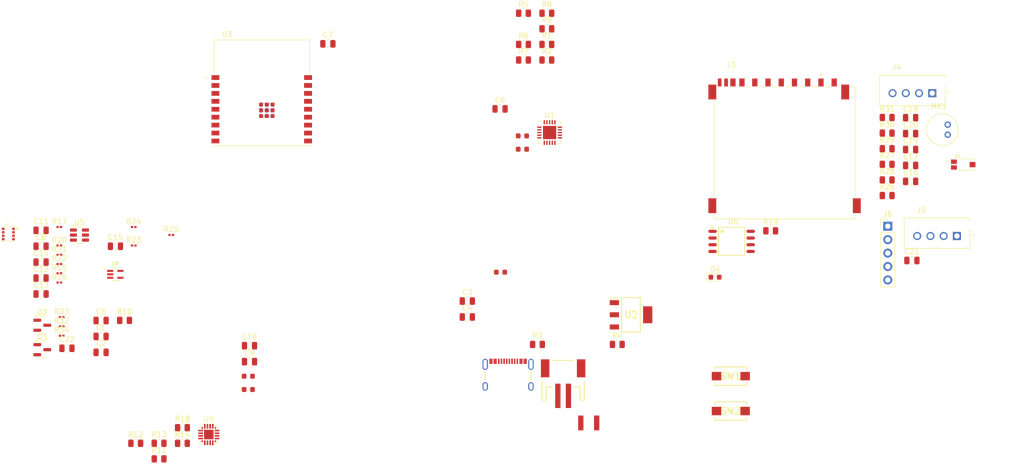
<source format=kicad_pcb>
(kicad_pcb (version 20240108) (generator "pcbnew") (generator_version "8.0")
  (layers (0 "F.Cu" signal) (31 "B.Cu" signal) (34 "B.Paste" user) (35 "F.Paste" user) (36 "B.SilkS" user "B.Silkscreen") (37 "F.SilkS" user "F.Silkscreen") (38 "B.Mask" user) (39 "F.Mask" user) (44 "Edge.Cuts" user))
  (net 0 "")
  (net 1 "/+5V_USB")
  (net 2 "GND")
  (net 3 "3.3V")
  (net 4 "+5V")
  (net 5 "Net-(D3-K)")
  (net 6 "Net-(D4-K)")
  (net 7 "Net-(D5-K)")
  (net 8 "/ESP32-C3-02/MIC_OUT")
  (net 9 "/ESP32-C3-02/EN")
  (net 12 "Net-(J1-CC1)")
  (net 15 "Net-(J1-CC2)")
  (net 17 "/VBAT")
  (net 18 "Net-(U1-PROG1)")
  (net 19 "/USB_DN")
  (net 20 "Net-(U1-PROG3)")
  (net 21 "Net-(U1-~{PG})")
  (net 22 "Net-(U1-STAT1{slash}~{LBO})")
  (net 23 "Net-(U1-STAT2)")
  (net 24 "Net-(U1-~{TE})")
  (net 25 "Net-(U1-THERM)")
  (net 26 "/USB_DP")
  (net 27 "Net-(Q2-B)")
  (net 28 "/ESP32-C3-02/RTS")
  (net 29 "Net-(U4-VBUS)")
  (net 30 "/ESP32-C3-02/BOOT")
  (net 31 "/ESP32-C3-02/DTS")
  (net 32 "Net-(Q3-B)")
  (net 33 "/ESP32-C3-02/SCLK")
  (net 34 "Net-(U4-~{RST})")
  (net 35 "Net-(U4-~{RXT}{slash}GPIO.3)")
  (net 36 "Net-(U4-~{TXT}{slash}GPIO.2)")
  (net 37 "/ESP32-C3-02/CS")
  (net 38 "/ESP32-C3-02/MOSI_DI")
  (net 39 "/ESP32-C3-02/MISO_DO")
  (net 40 "/ESP32-C3-02/CS_SD")
  (net 44 "/ESP32-C3-02/SCL")
  (net 46 "/ESP32-C3-02/SDA")
  (net 49 "/ESP32-C3-02/PHOTO_C")
  (net 50 "/ESP32-C3-02/GPIO19")
  (net 51 "/ESP32-C3-02/GPIO8")
  (net 52 "/ESP32-C3-02/GPIO18")
  (net 53 "/ESP32-C3-02/TX_RX")
  (net 54 "/ESP32-C3-02/RX_TX")
  (net 55 "Net-(U4-D+)")
  (net 56 "Net-(U4-D-)")
  (net 57 "Net-(C1-Pad1)")
  (net 58 "Net-(C16-Pad1)")
  (net 59 "Net-(C17-Pad2)")
  (net 60 "Net-(U8-IN+)")
  (net 61 "Net-(C19-Pad2)")
  (net 62 "Net-(U8-IN-)")
  (net 63 "Net-(D1-K)")
  (net 64 "Net-(D2-K)")
  (net 65 "Net-(D6-K)")
  (net 66 "Net-(J3-CLK)")
  (net 68 "Net-(J3-DAT0)")
  (net 70 "Net-(J3-CMD)")
  (net 71 "Net-(U6-CLK)")
  (net 72 "Net-(U6-DI(IO0))")
  (net 73 "Net-(U6-DO(IO1))")
  (footprint "Project_Library:C_0805_2012Metric" (layer "F.Cu") (at 146.625 114.815)
    (property "Reference" "C4" (at 0 -1.68 0) (layer "F.SilkS"))
    (property "Value" "10u")
    (pad "1" smd roundrect (at -0.95 0) (size 1 1.45) (layers "F.Cu" "F.Paste" "F.Mask") (net 3 "3.3V"))
    (pad "2" smd roundrect (at 0.95 0) (size 1 1.45) (layers "F.Cu" "F.Paste" "F.Mask") (net 2 "GND"))
  )
  (footprint "Project_Library:R_0805_2012Metric" (layer "F.Cu") (at 157.2375 57.375)
    (property "Reference" "R5" (at 0 -1.65 0) (layer "F.SilkS"))
    (property "Value" "2K")
    (pad "1" smd roundrect (at -0.9125 0) (size 1.025 1.4) (layers "F.Cu" "F.Paste" "F.Mask") (roundrect_rratio 0.243902) (net 18 "Net-(U1-PROG1)"))
    (pad "2" smd roundrect (at 0.9125 0) (size 1.025 1.4) (layers "F.Cu" "F.Paste" "F.Mask") (roundrect_rratio 0.243902) (net 2 "GND"))
  )
  (footprint "Project_Library:C_0805_2012Metric" (layer "F.Cu") (at 77.45 115.48)
    (property "Reference" "C5" (at 0 -1.68 0) (layer "F.SilkS"))
    (property "Value" "0.1u")
    (pad "1" smd roundrect (at -0.95 0) (size 1 1.45) (layers "F.Cu" "F.Paste" "F.Mask") (net 3 "3.3V"))
    (pad "2" smd roundrect (at 0.95 0) (size 1 1.45) (layers "F.Cu" "F.Paste" "F.Mask") (net 2 "GND"))
  )
  (footprint "Project_Library:R_0805_2012Metric" (layer "F.Cu") (at 81.88 115.45)
    (property "Reference" "R10" (at 0 -1.65 0) (layer "F.SilkS"))
    (property "Value" "330")
    (pad "1" smd roundrect (at -0.9125 0) (size 1.025 1.4) (layers "F.Cu" "F.Paste" "F.Mask") (roundrect_rratio 0.243902) (net 2 "GND"))
    (pad "2" smd roundrect (at 0.9125 0) (size 1.025 1.4) (layers "F.Cu" "F.Paste" "F.Mask") (roundrect_rratio 0.243902) (net 6 "Net-(D4-K)"))
  )
  (footprint "Project_Library:JST_B4B-XH-AM__LF__SN_" (layer "F.Cu") (at 235.35 98.975)
    (property "Reference" "J5" (at -2.975 -4.385 0) (layer "F.SilkS"))
    (property "Value" "B4B-XH-AM__LF__SN_")
    (pad "" np_thru_hole circle (at 5.35 -1.475) (size 1.3 1.3) (drill 1.3) (layers "*.Cu" "*.Mask"))
    (pad "1" thru_hole rect (at 3.75 0.525) (size 1.508 1.508) (drill 1) (layers "*.Cu" "*.Mask") (net 3 "3.3V"))
    (pad "2" thru_hole circle (at 1.25 0.525) (size 1.508 1.508) (drill 1) (layers "*.Cu" "*.Mask") (net 46 "/ESP32-C3-02/SDA"))
    (pad "3" thru_hole circle (at -1.25 0.525) (size 1.508 1.508) (drill 1) (layers "*.Cu" "*.Mask") (net 44 "/ESP32-C3-02/SCL"))
    (pad "4" thru_hole circle (at -3.75 0.525) (size 1.508 1.508) (drill 1) (layers "*.Cu" "*.Mask") (net 2 "GND"))
  )
  (footprint "Project_Library:C_0805_2012Metric" (layer "F.Cu") (at 105.485 123.255)
    (property "Reference" "C9" (at 0 -1.68 0) (layer "F.SilkS"))
    (property "Value" "4.7u")
    (pad "1" smd roundrect (at -0.95 0) (size 1 1.45) (layers "F.Cu" "F.Paste" "F.Mask") (net 3 "3.3V"))
    (pad "2" smd roundrect (at 0.95 0) (size 1 1.45) (layers "F.Cu" "F.Paste" "F.Mask") (net 2 "GND"))
  )
  (footprint "Project_Library:SOT-23" (layer "F.Cu") (at 66.33 116.375)
    (property "Reference" "Q2" (at 0 -2.4 0) (layer "F.SilkS"))
    (property "Value" "BC817")
    (pad "1" smd roundrect (at -0.9375 -0.95) (size 1.475 0.6) (layers "F.Cu" "F.Paste" "F.Mask") (net 27 "Net-(Q2-B)"))
    (pad "2" smd roundrect (at -0.9375 0.95) (size 1.475 0.6) (layers "F.Cu" "F.Paste" "F.Mask") (net 28 "/ESP32-C3-02/RTS"))
    (pad "3" smd roundrect (at 0.9375 0) (size 1.475 0.6) (layers "F.Cu" "F.Paste" "F.Mask") (net 9 "/ESP32-C3-02/EN"))
  )
  (footprint "Project_Library:LED_0603_1608Metric" (layer "F.Cu") (at 157.0375 83.085)
    (property "Reference" "D3")
    (property "Value" "Blue")
    (pad "1" smd roundrect (at -0.7875 0) (size 0.875 0.95) (layers "F.Cu" "F.Paste" "F.Mask") (net 5 "Net-(D3-K)"))
    (pad "2" smd roundrect (at 0.7875 0) (size 0.875 0.95) (layers "F.Cu" "F.Paste" "F.Mask") (net 1 "/+5V_USB"))
  )
  (footprint "Project_Library:C_0805_2012Metric" (layer "F.Cu") (at 66.11 107.46)
    (property "Reference" "C12" (at 0 -1.68 0) (layer "F.SilkS"))
    (property "Value" "10u")
    (pad "1" smd roundrect (at -0.95 0) (size 1 1.45) (layers "F.Cu" "F.Paste" "F.Mask") (net 2 "GND"))
    (pad "2" smd roundrect (at 0.95 0) (size 1 1.45) (layers "F.Cu" "F.Paste" "F.Mask") (net 3 "3.3V"))
  )
  (footprint "Project_Library:LED_0603_1608Metric" (layer "F.Cu") (at 193.42 107.29)
    (property "Reference" "D4" (at 0 -1.43 0) (layer "F.SilkS"))
    (property "Value" "Red")
    (pad "1" smd roundrect (at -0.7875 0) (size 0.875 0.95) (layers "F.Cu" "F.Paste" "F.Mask") (net 6 "Net-(D4-K)"))
    (pad "2" smd roundrect (at 0.7875 0) (size 0.875 0.95) (layers "F.Cu" "F.Paste" "F.Mask") (net 3 "3.3V"))
  )
  (footprint "Project_Library:C_0805_2012Metric" (layer "F.Cu") (at 77.45 118.49)
    (property "Reference" "C1" (at 0 -1.68 0) (layer "F.SilkS"))
    (property "Value" "0.1u")
    (pad "1" smd roundrect (at -0.95 0) (size 1 1.45) (layers "F.Cu" "F.Paste" "F.Mask") (net 57 "Net-(C1-Pad1)"))
    (pad "2" smd roundrect (at 0.95 0) (size 1 1.45) (layers "F.Cu" "F.Paste" "F.Mask") (net 2 "GND"))
  )
  (footprint "Project_Library:R_0805_2012Metric" (layer "F.Cu") (at 83.995 138.695)
    (property "Reference" "R12" (at 0 -1.65 0) (layer "F.SilkS"))
    (property "Value" "22K1")
    (pad "1" smd roundrect (at -0.9125 0) (size 1.025 1.4) (layers "F.Cu" "F.Paste" "F.Mask") (roundrect_rratio 0.243902) (net 1 "/+5V_USB"))
    (pad "2" smd roundrect (at 0.9125 0) (size 1.025 1.4) (layers "F.Cu" "F.Paste" "F.Mask") (roundrect_rratio 0.243902) (net 29 "Net-(U4-VBUS)"))
  )
  (footprint "Project_Library:R_0805_2012Metric" (layer "F.Cu") (at 88.405 141.645)
    (property "Reference" "R11" (at 0 -1.65 0) (layer "F.SilkS"))
    (property "Value" "1K")
    (pad "1" smd roundrect (at -0.9125 0) (size 1.025 1.4) (layers "F.Cu" "F.Paste" "F.Mask") (roundrect_rratio 0.243902) (net 3 "3.3V"))
    (pad "2" smd roundrect (at 0.9125 0) (size 1.025 1.4) (layers "F.Cu" "F.Paste" "F.Mask") (roundrect_rratio 0.243902) (net 34 "Net-(U4-~{RST})"))
  )
  (footprint "Project_Library:USB-C_16" (layer "F.Cu") (at 154.325 122.85)
    (property "Reference" "J1")
    (property "Value" "USB_C_Receptacle")
    (pad "" np_thru_hole circle (at -2.89 1.445) (size 0.65 0.65) (drill 0.65) (layers "*.Cu" "*.Mask"))
    (pad "" np_thru_hole circle (at 2.89 1.445) (size 0.65 0.65) (drill 0.65) (layers "F&B.Cu" "*.Mask"))
    (pad "A5" smd rect (at -1.25 0.34 180) (size 0.3 1) (layers "F.Cu" "F.Paste" "F.Mask") (net 12 "Net-(J1-CC1)"))
    (pad "A6" smd rect (at -0.25 0.34 180) (size 0.3 1) (layers "F.Cu" "F.Paste" "F.Mask") (net 19 "/USB_DN"))
    (pad "A7" smd rect (at 0.25 0.34) (size 0.3 1) (layers "F.Cu" "F.Paste" "F.Mask") (net 26 "/USB_DP"))
    (pad "A8" smd rect (at 1.25 0.34) (size 0.3 1) (layers "F.Cu" "F.Paste" "F.Mask"))
    (pad "B5" smd rect (at 1.75 0.34) (size 0.3 1) (layers "F.Cu" "F.Paste" "F.Mask") (net 15 "Net-(J1-CC2)"))
    (pad "B6" smd rect (at 0.75 0.34) (size 0.3 1) (layers "F.Cu" "F.Paste" "F.Mask") (net 19 "/USB_DN"))
    (pad "B7" smd rect (at -0.75 0.34 180) (size 0.3 1) (layers "F.Cu" "F.Paste" "F.Mask") (net 26 "/USB_DP"))
    (pad "B8" smd rect (at -1.75 0.34 180) (size 0.3 1) (layers "F.Cu" "F.Paste" "F.Mask"))
    (pad "GND" smd rect (at -3.225 0.34 180) (size 0.6 1) (layers "F.Cu" "F.Paste" "F.Mask") (net 2 "GND"))
    (pad "GND" smd rect (at 3.225 0.34) (size 0.6 1) (layers "F.Cu" "F.Paste" "F.Mask") (net 2 "GND"))
    (pad "NC1" thru_hole oval (at -4.318 5.095) (size 1 1.6) (drill oval 0.6 1.2) (layers "*.Cu" "*.Mask" "F.Paste"))
    (pad "NC2" thru_hole oval (at -4.318 0.915) (size 1 2.1) (drill oval 0.6 1.7) (layers "*.Cu" "*.Mask" "F.Paste"))
    (pad "NC3" thru_hole oval (at 4.318 0.915) (size 1 2.1) (drill oval 0.6 1.7) (layers "*.Cu" "*.Mask" "F.Paste"))
    (pad "S" thru_hole oval (at 4.318 5.095) (size 1 1.6) (drill oval 0.6 1.2) (layers "*.Cu" "*.Mask" "F.Paste") (net 2 "GND"))
    (pad "VBUS" smd rect (at -2.45 0.34 180) (size 0.6 1) (layers "F.Cu" "F.Paste" "F.Mask") (net 57 "Net-(C1-Pad1)"))
    (pad "VBUS" smd rect (at 2.45 0.34) (size 0.6 1) (layers "F.Cu" "F.Paste" "F.Mask") (net 57 "Net-(C1-Pad1)"))
  )
  (footprint "Project_Library:R_0201_0603Metric" (layer "F.Cu") (at 70 114.85)
    (property "Reference" "R33" (at 0 -1.05 0) (layer "F.SilkS"))
    (property "Value" "10K")
    (pad "1" smd roundrect (at -0.32 0) (size 0.46 0.4) (layers "F.Cu" "F.Mask") (net 31 "/ESP32-C3-02/DTS"))
    (pad "2" smd roundrect (at 0.32 0) (size 0.46 0.4) (layers "F.Cu" "F.Mask") (net 27 "Net-(Q2-B)"))
  )
  (footprint "Project_Library:R_0805_2012Metric" (layer "F.Cu") (at 225.93 77.1)
    (property "Reference" "R31" (at 0 -1.65 0) (layer "F.SilkS"))
    (property "Value" "100K")
    (pad "1" smd roundrect (at -0.9125 0) (size 1.025 1.4) (layers "F.Cu" "F.Paste" "F.Mask") (roundrect_rratio 0.243902) (net 62 "Net-(U8-IN-)"))
    (pad "2" smd roundrect (at 0.9125 0) (size 1.025 1.4) (layers "F.Cu" "F.Paste" "F.Mask") (roundrect_rratio 0.243902) (net 8 "/ESP32-C3-02/MIC_OUT"))
  )
  (footprint "Project_Library:R_0805_2012Metric" (layer "F.Cu") (at 92.815 135.745)
    (property "Reference" "R18" (at 0 -1.65 0) (layer "F.SilkS"))
    (property "Value" "330")
    (pad "1" smd roundrect (at -0.9125 0) (size 1.025 1.4) (layers "F.Cu" "F.Paste" "F.Mask") (roundrect_rratio 0.243902) (net 35 "Net-(U4-~{RXT}{slash}GPIO.3)"))
    (pad "2" smd roundrect (at 0.9125 0) (size 1.025 1.4) (layers "F.Cu" "F.Paste" "F.Mask") (roundrect_rratio 0.243902) (net 65 "Net-(D6-K)"))
  )
  (footprint "Project_Library:R_0805_2012Metric" (layer "F.Cu") (at 225.93 80.05)
    (property "Reference" "R30" (at 0 -1.65 0) (layer "F.SilkS"))
    (property "Value" "10K")
    (pad "1" smd roundrect (at -0.9125 0) (size 1.025 1.4) (layers "F.Cu" "F.Paste" "F.Mask") (roundrect_rratio 0.243902) (net 61 "Net-(C19-Pad2)"))
    (pad "2" smd roundrect (at 0.9125 0) (size 1.025 1.4) (layers "F.Cu" "F.Paste" "F.Mask") (roundrect_rratio 0.243902) (net 62 "Net-(U8-IN-)"))
  )
  (footprint "Project_Library:R_0805_2012Metric" (layer "F.Cu") (at 225.93 88.9)
    (property "Reference" "R28" (at 0 -1.65 0) (layer "F.SilkS"))
    (property "Value" "2K")
    (pad "1" smd roundrect (at -0.9125 0) (size 1.025 1.4) (layers "F.Cu" "F.Paste" "F.Mask") (roundrect_rratio 0.243902) (net 59 "Net-(C17-Pad2)"))
    (pad "2" smd roundrect (at 0.9125 0) (size 1.025 1.4) (layers "F.Cu" "F.Paste" "F.Mask") (roundrect_rratio 0.243902) (net 58 "Net-(C16-Pad1)"))
  )
  (footprint "Project_Library:1210" (layer "F.Cu") (at 169.5604 134.8504)
    (property "Reference" "F1")
    (property "Value" "Polyfuse")
    (pad "1" smd rect (at -1.5 0) (size 1 2.8) (layers "F.Cu" "F.Paste" "F.Mask") (net 57 "Net-(C1-Pad1)"))
    (pad "2" smd rect (at 1.5 0) (size 1 2.8) (layers "F.Cu" "F.Paste" "F.Mask") (net 1 "/+5V_USB"))
  )
  (footprint "Project_Library:C_0805_2012Metric" (layer "F.Cu") (at 66.11 104.45)
    (property "Reference" "C14" (at 0 -1.68 0) (layer "F.SilkS"))
    (property "Value" "0.1u")
    (pad "1" smd roundrect (at -0.95 0) (size 1 1.45) (layers "F.Cu" "F.Paste" "F.Mask") (net 3 "3.3V"))
    (pad "2" smd roundrect (at 0.95 0) (size 1 1.45) (layers "F.Cu" "F.Paste" "F.Mask") (net 2 "GND"))
  )
  (footprint "Project_Library:SOT-23" (layer "F.Cu") (at 66.33 121)
    (property "Reference" "Q3" (at 0 -2.4 0) (layer "F.SilkS"))
    (property "Value" "BC817")
    (pad "1" smd roundrect (at -0.9375 -0.95) (size 1.475 0.6) (layers "F.Cu" "F.Paste" "F.Mask") (net 32 "Net-(Q3-B)"))
    (pad "2" smd roundrect (at -0.9375 0.95) (size 1.475 0.6) (layers "F.Cu" "F.Paste" "F.Mask") (net 31 "/ESP32-C3-02/DTS"))
    (pad "3" smd roundrect (at 0.9375 0) (size 1.475 0.6) (layers "F.Cu" "F.Paste" "F.Mask") (net 30 "/ESP32-C3-02/BOOT"))
  )
  (footprint "Project_Library:R_0201_0603Metric" (layer "F.Cu") (at 69.56 104.8)
    (property "Reference" "R22" (at 0 -1.05 0) (layer "F.SilkS"))
    (property "Value" "50")
    (pad "1" smd roundrect (at -0.32 0) (size 0.46 0.4) (layers "F.Cu" "F.Mask") (net 39 "/ESP32-C3-02/MISO_DO"))
    (pad "2" smd roundrect (at 0.32 0) (size 0.46 0.4) (layers "F.Cu" "F.Mask") (net 73 "Net-(U6-DO(IO1))"))
  )
  (footprint "Project_Library:C_0805_2012Metric" (layer "F.Cu") (at 230.36 77.13)
    (property "Reference" "C18" (at 0 -1.68 0) (layer "F.SilkS"))
    (property "Value" "0.1u")
    (pad "1" smd roundrect (at -0.95 0) (size 1 1.45) (layers "F.Cu" "F.Paste" "F.Mask") (net 3 "3.3V"))
    (pad "2" smd roundrect (at 0.95 0) (size 1 1.45) (layers "F.Cu" "F.Paste" "F.Mask") (net 2 "GND"))
  )
  (footprint "Project_Library:SOT-23-6" (layer "F.Cu") (at 73.36 99.325)
    (property "Reference" "U5" (at 0 -2.4 0) (layer "F.SilkS"))
    (property "Value" "USBLC6-2SC6")
    (pad "1" smd roundrect (at -1.1375 -0.95) (size 1.325 0.6) (layers "F.Cu" "F.Paste" "F.Mask") (net 55 "Net-(U4-D+)"))
    (pad "2" smd roundrect (at -1.1375 0) (size 1.325 0.6) (layers "F.Cu" "F.Paste" "F.Mask") (net 2 "GND"))
    (pad "3" smd roundrect (at -1.1375 0.95) (size 1.325 0.6) (layers "F.Cu" "F.Paste" "F.Mask") (net 56 "Net-(U4-D-)"))
    (pad "4" smd roundrect (at 1.1375 0.95) (size 1.325 0.6) (layers "F.Cu" "F.Paste" "F.Mask") (net 19 "/USB_DN"))
    (pad "5" smd roundrect (at 1.1375 0) (size 1.325 0.6) (layers "F.Cu" "F.Paste" "F.Mask") (net 1 "/+5V_USB"))
    (pad "6" smd roundrect (at 1.1375 -0.95) (size 1.325 0.6) (layers "F.Cu" "F.Paste" "F.Mask") (net 26 "/USB_DP"))
  )
  (footprint "Project_Library:C_0805_2012Metric" (layer "F.Cu") (at 77.45 121.5)
    (property "Reference" "C2" (at 0 -1.68 0) (layer "F.SilkS"))
    (property "Value" "0.1u")
    (pad "1" smd roundrect (at -0.95 0) (size 1 1.45) (layers "F.Cu" "F.Paste" "F.Mask") (net 4 "+5V"))
    (pad "2" smd roundrect (at 0.95 0) (size 1 1.45) (layers "F.Cu" "F.Paste" "F.Mask") (net 2 "GND"))
  )
  (footprint "SamacSys_Parts:SKQMARE010" (layer "F.Cu") (at 196.4 126)
    (property "Reference" "SW1" (at 0 0 0) (layer "F.SilkS") (effects (font (size 1.27 1.27) (thickness 0.254))))
    (property "Value" "SMD_6x3.5mm_h2.5mm" (hide yes))
    (pad "1" smd rect (at -2.7 0 90) (size 1.6 1.8) (layers "F.Cu" "F.Paste" "F.Mask") (net 30 "/ESP32-C3-02/BOOT"))
    (pad "2" smd rect (at 2.7 0 90) (size 1.6 1.8) (layers "F.Cu" "F.Paste" "F.Mask") (net 2 "GND"))
  )
  (footprint "Project_Library:R_0805_2012Metric" (layer "F.Cu") (at 161.6475 63.275)
    (property "Reference" "R1" (at 0 -1.65 0) (layer "F.SilkS"))
    (property "Value" "10K")
    (pad "1" smd roundrect (at -0.9125 0) (size 1.025 1.4) (layers "F.Cu" "F.Paste" "F.Mask") (roundrect_rratio 0.243902) (net 24 "Net-(U1-~{TE})"))
    (pad "2" smd roundrect (at 0.9125 0) (size 1.025 1.4) (layers "F.Cu" "F.Paste" "F.Mask") (roundrect_rratio 0.243902) (net 2 "GND"))
  )
  (footprint "Project_Library:C_0805_2012Metric" (layer "F.Cu") (at 230.36 80.14)
    (property "Reference" "C20" (at 0 -1.68 0) (layer "F.SilkS"))
    (property "Value" "0.1u")
    (pad "1" smd roundrect (at -0.95 0) (size 1 1.45) (layers "F.Cu" "F.Paste" "F.Mask") (net 62 "Net-(U8-IN-)"))
    (pad "2" smd roundrect (at 0.95 0) (size 1 1.45) (layers "F.Cu" "F.Paste" "F.Mask") (net 8 "/ESP32-C3-02/MIC_OUT"))
  )
  (footprint "Project_Library:SOT65P210X110-5N" (layer "F.Cu") (at 80.14 106.75)
    (property "Reference" "U8" (at 0.032 -2.0564 0) (layer "F.SilkS") (effects (font (size 0.64 0.64))))
    (property "Value" "MAX4466EXK+T")
    (pad "1" smd roundrect (at -0.96 -0.65) (size 1.19 0.4) (layers "F.Cu" "F.Paste" "F.Mask") (net 60 "Net-(U8-IN+)"))
    (pad "2" smd roundrect (at -0.96 0) (size 1.19 0.4) (layers "F.Cu" "F.Paste" "F.Mask") (net 2 "GND"))
    (pad "3" smd roundrect (at -0.96 0.65) (size 1.19 0.4) (layers "F.Cu" "F.Paste" "F.Mask") (net 62 "Net-(U8-IN-)"))
    (pad "4" smd roundrect (at 0.96 0.65) (size 1.19 0.4) (layers "F.Cu" "F.Paste" "F.Mask") (net 8 "/ESP32-C3-02/MIC_OUT"))
    (pad "5" smd roundrect (at 0.96 -0.65) (size 1.19 0.4) (layers "F.Cu" "F.Paste" "F.Mask") (net 3 "3.3V"))
  )
  (footprint "Project_Library:LED_0603_1608Metric" (layer "F.Cu") (at 105.265 126.015)
    (property "Reference" "D6")
    (property "Value" "Red")
    (pad "1" smd roundrect (at -0.7875 0) (size 0.875 0.95) (layers "F.Cu" "F.Paste" "F.Mask") (net 65 "Net-(D6-K)"))
    (pad "2" smd roundrect (at 0.7875 0) (size 0.875 0.95) (layers "F.Cu" "F.Paste" "F.Mask") (net 3 "3.3V"))
  )
  (footprint "Project_Library:MODULE_ESP32-C3-WROOM-02-H4" (layer "F.Cu") (at 107.795 72.435)
    (property "Reference" "U3" (at -6.575 -11.085 0) (layer "F.SilkS"))
    (property "Value" "ESP32-C3-WROOM-02-H4")
    (pad "1" smd rect (at -8.75 -2.9) (size 1.5 0.9) (layers "F.Cu" "F.Paste" "F.Mask") (net 3 "3.3V"))
    (pad "2" smd rect (at -8.75 -1.4) (size 1.5 0.9) (layers "F.Cu" "F.Paste" "F.Mask") (net 9 "/ESP32-C3-02/EN"))
    (pad "3" smd rect (at -8.75 0.1) (size 1.5 0.9) (layers "F.Cu" "F.Paste" "F.Mask") (net 46 "/ESP32-C3-02/SDA"))
    (pad "4" smd rect (at -8.75 1.6) (size 1.5 0.9) (layers "F.Cu" "F.Paste" "F.Mask") (net 8 "/ESP32-C3-02/MIC_OUT"))
    (pad "5" smd rect (at -8.75 3.1) (size 1.5 0.9) (layers "F.Cu" "F.Paste" "F.Mask") (net 33 "/ESP32-C3-02/SCLK"))
    (pad "6" smd rect (at -8.75 4.6) (size 1.5 0.9) (layers "F.Cu" "F.Paste" "F.Mask") (net 38 "/ESP32-C3-02/MOSI_DI"))
    (pad "7" smd rect (at -8.75 6.1) (size 1.5 0.9) (layers "F.Cu" "F.Paste" "F.Mask") (net 51 "/ESP32-C3-02/GPIO8"))
    (pad "8" smd rect (at -8.75 7.6) (size 1.5 0.9) (layers "F.Cu" "F.Paste" "F.Mask") (net 30 "/ESP32-C3-02/BOOT"))
    (pad "9" smd rect (at -8.75 9.1) (size 1.5 0.9) (layers "F.Cu" "F.Paste" "F.Mask") (net 2 "GND"))
    (pad "10" smd rect (at 8.75 9.1) (size 1.5 0.9) (layers "F.Cu" "F.Paste" "F.Mask") (net 37 "/ESP32-C3-02/CS"))
    (pad "11" smd rect (at 8.75 7.6) (size 1.5 0.9) (layers "F.Cu" "F.Paste" "F.Mask") (net 53 "/ESP32-C3-02/TX_RX"))
    (pad "12" smd rect (at 8.75 6.1) (size 1.5 0.9) (layers "F.Cu" "F.Paste" "F.Mask") (net 54 "/ESP32-C3-02/RX_TX"))
    (pad "13" smd rect (at 8.75 4.6) (size 1.5 0.9) (layers "F.Cu" "F.Paste" "F.Mask") (net 52 "/ESP32-C3-02/GPIO18"))
    (pad "14" smd rect (at 8.75 3.1) (size 1.5 0.9) (layers "F.Cu" "F.Paste" "F.Mask") (net 50 "/ESP32-C3-02/GPIO19"))
    (pad "15" smd rect (at 8.75 1.6) (size 1.5 0.9) (layers "F.Cu" "F.Paste" "F.Mask") (net 44 "/ESP32-C3-02/SCL"))
    (pad "16" smd rect (at 8.75 0.1) (size 1.5 0.9) (layers "F.Cu" "F.Paste" "F.Mask") (net 39 "/ESP32-C3-02/MISO_DO"))
    (pad "17" smd rect (at 8.75 -1.4) (size 1.5 0.9) (layers "F.Cu" "F.Paste" "F.Mask") (net 49 "/ESP32-C3-02/PHOTO_C"))
    (pad "18" smd rect (at 8.75 -2.9) (size 1.5 0.9) (layers "F.Cu" "F.Paste" "F.Mask") (net 40 "/ESP32-C3-02/CS_SD"))
    (pad "19" smd rect (at -0.14 2.2) (size 0.7 0.7) (layers "F.Cu" "F.Paste" "F.Mask") (net 2 "GND"))
    (pad "20" smd rect (at 0.96 2.2) (size 0.7 0.7) (layers "F.Cu" "F.Paste" "F.Mask") (net 2 "GND"))
    (pad "21" smd rect (at 2.06 2.2) (size 0.7 0.7) (layers "F.Cu" "F.Paste" "F.Mask") (net 2 "GND"))
    (pad "22" smd rect (at -0.14 3.3) (size 0.7 0.7) (layers "F.Cu" "F.Paste" "F.Mask") (net 2 "GND"))
    (pad "23" smd rect (at 0.96 3.3) (size 0.7 0.7) (layers "F.Cu" "F.Paste" "F.Mask") (net 2 "GND"))
    (pad "24" smd rect (at 2.06 3.3) (size 0.7 0.7) (layers "F.Cu" "F.Paste" "F.Mask") (net 2 "GND"))
    (pad "25" smd rect (at -0.14 4.4) (size 0.7 0.7) (layers "F.Cu" "F.Paste" "F.Mask") (net 2 "GND"))
    (pad "26" smd rect (at 0.96 4.4) (size 0.7 0.7) (layers "F.Cu" "F.Paste" "F.Mask") (net 2 "GND"))
    (pad "27" smd rect (at 2.06 4.4) (size 0.7 0.7) (layers "F.Cu" "F.Paste" "F.Mask") (net 2 "GND"))
    (pad "28" thru_hole circle (at 0.41 2.2) (size 0.4 0.4) (drill 0.3) (layers "*.Cu") (net 2 "GND"))
    (pad "29" thru_hole circle (at 1.51 2.2) (size 0.4 0.4) (drill 0.3) (layers "*.Cu") (net 2 "GND"))
    (pad "30" thru_hole circle (at -0.14 2.75) (size 0.4 0.4) (drill 0.3) (layers "*.Cu") (net 2 "GND"))
    (pad "31" thru_hole circle (at 0.96 2.75) (size 0.4 0.4) (drill 0.3) (layers "*.Cu") (net 2 "GND"))
    (pad "32" thru_hole circle (at 2.06 2.75) (size 0.4 0.4) (drill 0.3) (layers "*.Cu") (net 2 "GND"))
    (pad "33" thru_hole circle (at 0.41 3.3) (size 0.4 0.4) (drill 0.3) (layers "*.Cu") (net 2 "GND"))
    (pad "34" thru_hole circle (at 1.51 3.3) (size 0.4 0.4) (drill 0.3) (layers "*.Cu") (net 2 "GND"))
    (pad "35" thru_hole circle (at -0.14 3.85) (size 0.4 0.4) (drill 0.3) (layers "*.Cu") (net 2 "GND"))
    (pad "36" thru_hole circle (at 0.96 3.85) (size 0.4 0.4) (drill 0.3) (layers "*.Cu") (net 2 "GND"))
    (pad "37" thru_hole circle (at 2.06 3.85) (size 0.4 0.4) (drill 0.3) (layers "*.Cu") (net 2 "GND"))
    (pad "38" thru_hole circle (at 0.41 4.4) (size 0.4 0.4) (drill 0.3) (layers "*.Cu") (net 2 "GND"))
    (pad "39" thru_hole circle (at 1.51 4.4) (size 0.4 0.4) (drill 0.3) (layers "*.Cu") (net 2 "GND"))
  )
  (footprint "Project_Library:R_0805_2012Metric" (layer "F.Cu") (at 161.6475 57.375)
    (property "Reference" "R8" (at 0 -1.65 0) (layer "F.SilkS"))
    (property "Value" "470")
    (pad "1" smd roundrect (at -0.9125 0) (size 1.025 1.4) (layers "F.Cu" "F.Paste" "F.Mask") (roundrect_rratio 0.243902) (net 22 "Net-(U1-STAT1{slash}~{LBO})"))
    (pad "2" smd roundrect (at 0.9125 0) (size 1.025 1.4) (layers "F.Cu" "F.Paste" "F.Mask") (roundrect_rratio 0.243902) (net 64 "Net-(D2-K)"))
  )
  (footprint "Project_Library:R_0805_2012Metric" (layer "F.Cu") (at 225.93 83)
    (property "Reference" "R29" (at 0 -1.65 0) (layer "F.SilkS"))
    (property "Value" "1M")
    (pad "1" smd roundrect (at -0.9125 0) (size 1.025 1.4) (layers "F.Cu" "F.Paste" "F.Mask") (roundrect_rratio 0.243902) (net 2 "GND"))
    (pad "2" smd roundrect (at 0.9125 0) (size 1.025 1.4) (layers "F.Cu" "F.Paste" "F.Mask") (roundrect_rratio 0.243902) (net 60 "Net-(U8-IN+)"))
  )
  (footprint "Project_Library:R_0805_2012Metric" (layer "F.Cu") (at 88.405 138.695)
    (property "Reference" "R13" (at 0 -1.65 0) (layer "F.SilkS"))
    (property "Value" "47K5")
    (pad "1" smd roundrect (at -0.9125 0) (size 1.025 1.4) (layers "F.Cu" "F.Paste" "F.Mask") (roundrect_rratio 0.243902) (net 29 "Net-(U4-VBUS)"))
    (pad "2" smd roundrect (at 0.9125 0) (size 1.025 1.4) (layers "F.Cu" "F.Paste" "F.Mask") (roundrect_rratio 0.243902) (net 2 "GND"))
  )
  (footprint "Project_Library:JST_SMD_2.0mm-2" (layer "F.Cu") (at 164.725 126.025)
    (property "Reference" "J2")
    (property "Value" "JST_2mm_LiPo")
    (pad "1" smd rect (at -1 3.7) (size 1 4.6) (layers "F.Cu" "F.Paste" "F.Mask") (net 2 "GND"))
    (pad "2" smd rect (at 1 3.7) (size 1 4.6) (layers "F.Cu" "F.Paste" "F.Mask") (net 17 "/VBAT"))
    (pad "NC1" smd rect (at -3.4 -1.5 90) (size 3.4 1.6) (layers "F.Cu" "F.Paste" "F.Mask"))
    (pad "NC2" smd rect (at 3.4 -1.5 90) (size 3.4 1.6) (layers "F.Cu" "F.Paste" "F.Mask"))
  )
  (footprint "Project_Library:C_0805_2012Metric" (layer "F.Cu") (at 66.11 110.47)
    (property "Reference" "C13" (at 0 -1.68 0) (layer "F.SilkS"))
    (property "Value" "0.1u")
    (pad "1" smd roundrect (at -0.95 0) (size 1 1.45) (layers "F.Cu" "F.Paste" "F.Mask") (net 2 "GND"))
    (pad "2" smd roundrect (at 0.95 0) (size 1 1.45) (layers "F.Cu" "F.Paste" "F.Mask") (net 3 "3.3V"))
  )
  (footprint "Project_Library:R_0805_2012Metric" (layer "F.Cu") (at 157.2375 63.275)
    (property "Reference" "R6" (at 0 -1.65 0) (layer "F.SilkS"))
    (property "Value" "20K")
    (pad "1" smd roundrect (at -0.9125 0) (size 1.025 1.4) (layers "F.Cu" "F.Paste" "F.Mask") (roundrect_rratio 0.243902) (net 20 "Net-(U1-PROG3)"))
    (pad "2" smd roundrect (at 0.9125 0) (size 1.025 1.4) (layers "F.Cu" "F.Paste" "F.Mask") (roundrect_rratio 0.243902) (net 2 "GND"))
  )
  (footprint "Project_Library:PSON65P250X250X100-8N" (layer "F.Cu") (at 59.93 99.125)
    (property "Reference" "U7" (at -0.235245 -1.866763 0) (layer "F.SilkS") (effects (font (size 0.321721 0.321721) (thickness 0.08043))))
    (property "Value" "BME280")
    (pad "1" smd roundrect (at 0.97 -0.975) (size 0.49 0.45) (layers "F.Cu" "F.Paste" "F.Mask") (roundrect_rratio 0.125) (net 2 "GND"))
    (pad "2" smd roundrect (at 0.97 -0.325) (size 0.49 0.45) (layers "F.Cu" "F.Paste" "F.Mask") (roundrect_rratio 0.125) (net 3 "3.3V"))
    (pad "3" smd roundrect (at 0.97 0.325) (size 0.49 0.45) (layers "F.Cu" "F.Paste" "F.Mask") (roundrect_rratio 0.125) (net 46 "/ESP32-C3-02/SDA"))
    (pad "4" smd roundrect (at 0.97 0.975) (size 0.49 0.45) (layers "F.Cu" "F.Paste" "F.Mask") (roundrect_rratio 0.125) (net 44 "/ESP32-C3-02/SCL"))
    (pad "5" smd roundrect (at -0.97 0.975) (size 0.49 0.45) (layers "F.Cu" "F.Paste" "F.Mask") (roundrect_rratio 0.125) (net 2 "GND"))
    (pad "6" smd roundrect (at -0.97 0.325) (size 0.49 0.45) (layers "F.Cu" "F.Paste" "F.Mask") (roundrect_rratio 0.125) (net 3 "3.3V"))
    (pad "7" smd roundrect (at -0.97 -0.325) (size 0.49 0.45) (layers "F.Cu" "F.Paste" "F.Mask") (roundrect_rratio 0.125) (net 2 "GND"))
    (pad "8" smd roundrect (at -0.97 -0.975) (size 0.49 0.45) (layers "F.Cu" "F.Paste" "F.Mask") (roundrect_rratio 0.125) (net 3 "3.3V"))
  )
  (footprint "Project_Library:PinHeader_1x05_P2.54mm_Vertical" (layer "F.Cu") (at 226.05 97.65)
    (property "Reference" "J6" (at 0 -2.33 0) (layer "F.SilkS"))
    (property "Value" "Conn_01x05")
    (pad "1" thru_hole rect (at 0 0) (size 1.7 1.7) (drill 1) (layers "*.Cu" "*.Mask") (net 3 "3.3V"))
    (pad "2" thru_hole oval (at 0 2.54) (size 1.7 1.7) (drill 1) (layers "*.Cu" "*.Mask") (net 51 "/ESP32-C3-02/GPIO8"))
    (pad "3" thru_hole oval (at 0 5.08) (size 1.7 1.7) (drill 1) (layers "*.Cu" "*.Mask") (net 52 "/ESP32-C3-02/GPIO18"))
    (pad "4" thru_hole oval (at 0 7.62) (size 1.7 1.7) (drill 1) (layers "*.Cu" "*.Mask") (net 50 "/ESP32-C3-02/GPIO19"))
    (pad "5" thru_hole oval (at 0 10.16) (size 1.7 1.7) (drill 1) (layers "*.Cu" "*.Mask") (net 2 "GND"))
  )
  (footprint "Project_Library:R_0805_2012Metric" (layer "F.Cu") (at 159.875 120)
    (property "Reference" "R3" (at 0 -1.65 0) (layer "F.SilkS"))
    (property "Value" "5k1")
    (pad "1" smd roundrect (at -0.9125 0) (size 1.025 1.4) (layers "F.Cu" "F.Paste" "F.Mask") (roundrect_rratio 0.243902) (net 15 "Net-(J1-CC2)"))
    (pad "2" smd roundrect (at 0.9125 0) (size 1.025 1.4) (layers "F.Cu" "F.Paste" "F.Mask") (roundrect_rratio 0.243902) (net 2 "GND"))
  )
  (footprint "Project_Library:C_0805_2012Metric" (layer "F.Cu") (at 152.8075 75.465)
    (property "Reference" "C6" (at 0 -1.68 0) (layer "F.SilkS"))
    (property "Value" "1u")
    (pad "1" smd roundrect (at -0.95 0) (size 1 1.45) (layers "F.Cu" "F.Paste" "F.Mask") (net 1 "/+5V_USB"))
    (pad "2" smd roundrect (at 0.95 0) (size 1 1.45) (layers "F.Cu" "F.Paste" "F.Mask") (net 2 "GND"))
  )
  (footprint "Project_Library:R_0201_0603Metric" (layer "F.Cu") (at 70 118.35)
    (property "Reference" "R34" (at 0 -1.05 0) (layer "F.SilkS"))
    (property "Value" "10K")
    (pad "1" smd roundrect (at -0.32 0) (size 0.46 0.4) (layers "F.Cu" "F.Mask") (net 28 "/ESP32-C3-02/RTS"))
    (pad "2" smd roundrect (at 0.32 0) (size 0.46 0.4) (layers "F.Cu" "F.Mask") (net 32 "Net-(Q3-B)"))
  )
  (footprint "Project_Library:CUI_CMC-5042PF-AC" (layer "F.Cu") (at 236.36 79.4)
    (property "Reference" "MK1" (at -0.63543 -4.44807 0) (layer "F.SilkS") (effects (font (size 1.000693 1.000693))))
    (property "Value" "CMC-5042PF-AC")
    (pad "GND" thru_hole circle (at 1 -0.95) (size 1.208 1.208) (drill 0.7) (layers "*.Cu" "*.Mask") (net 2 "GND"))
    (pad "OUT" thru_hole circle (at 1 0.95) (size 1.208 1.208) (drill 0.7) (layers "*.Cu" "*.Mask") (net 59 "Net-(C17-Pad2)"))
  )
  (footprint "Project_Library:C_0805_2012Metric" (layer "F.Cu") (at 146.625 111.805)
    (property "Reference" "C3" (at 0 -1.68 0) (layer "F.SilkS"))
    (property "Value" "10u")
    (pad "1" smd roundrect (at -0.95 0) (size 1 1.45) (layers "F.Cu" "F.Paste" "F.Mask") (net 4 "+5V"))
    (pad "2" smd roundrect (at 0.95 0) (size 1 1.45) (layers "F.Cu" "F.Paste" "F.Mask") (net 2 "GND"))
  )
  (footprint "Project_Library:TRANS_TEMT6000X01" (layer "F.Cu") (at 240.3 86)
    (property "Reference" "Q1" (at -1.077583 -1.607158 0) (layer "F.SilkS") (effects (font (size 0.480705 0.480705))))
    (property "Value" "TEMT6000X01")
    (pad "1" smd rect (at -1.755 -0.55) (size 1.1 0.8) (layers "F.Cu" "F.Paste" "F.Mask") (net 2 "GND"))
    (pad "2" smd rect (at -1.755 0.55) (size 1.1 0.8) (layers "F.Cu" "F.Paste" "F.Mask"))
    (pad "3" smd rect (at 1.755 0) (size 1.1 1) (layers "F.Cu" "F.Paste" "F.Mask") (net 49 "/ESP32-C3-02/PHOTO_C"))
  )
  (footprint "Project_Library:C_0805_2012Metric" (layer "F.Cu") (at 230.36 86.16)
    (property "Reference" "C17" (at 0 -1.68 0) (layer "F.SilkS"))
    (property "Value" "10n")
    (pad "1" smd roundrect (at -0.95 0) (size 1 1.45) (layers "F.Cu" "F.Paste" "F.Mask") (net 60 "Net-(U8-IN+)"))
    (pad "2" smd roundrect (at 0.95 0) (size 1 1.45) (layers "F.Cu" "F.Paste" "F.Mask") (net 59 "Net-(C17-Pad2)"))
  )
  (footprint "Project_Library:R_0201_0603Metric" (layer "F.Cu") (at 83.61 101.3)
    (property "Reference" "R23" (at 0 -1.05 0) (layer "F.SilkS"))
    (property "Value" "10K")
    (pad "1" smd roundrect (at -0.32 0) (size 0.46 0.4) (layers "F.Cu" "F.Mask") (net 3 "3.3V"))
    (pad "2" smd roundrect (at 0.32 0) (size 0.46 0.4) (layers "F.Cu" "F.Mask") (net 49 "/ESP32-C3-02/PHOTO_C"))
  )
  (footprint "Project_Library:R_0201_0603Metric" (layer "F.Cu") (at 70 116.6)
    (property "Reference" "R32" (at 0 -1.05 0) (layer "F.SilkS"))
    (property "Value" "10K")
    (pad "1" smd roundrect (at -0.32 0) (size 0.46 0.4) (layers "F.Cu" "F.Mask") (net 9 "/ESP32-C3-02/EN"))
    (pad "2" smd roundrect (at 0.32 0) (size 0.46 0.4) (layers "F.Cu" "F.Mask") (net 3 "3.3V"))
  )
  (footprint "Project_Library:C_0805_2012Metric" (layer "F.Cu") (at 230.36 83.15)
    (property "Reference" "C19" (at 0 -1.68 0) (layer "F.SilkS"))
    (property "Value" "1u")
    (pad "1" smd roundrect (at -0.95 0) (size 1 1.45) (layers "F.Cu" "F.Paste" "F.Mask") (net 2 "GND"))
    (pad "2" smd roundrect (at 0.95 0) (size 1 1.45) (layers "F.Cu" "F.Paste" "F.Mask") (net 61 "Net-(C19-Pad2)"))
  )
  (footprint "Project_Library:QFN-20-1EP_4x4mm_P0.5mm_EP2.5x2.5mm" (layer "F.Cu") (at 162.1675 79.935)
    (property "Reference" "U1" (at 0 -3.3 0) (layer "F.SilkS"))
    (property "Value" "MCP73871")
    (pad "1" smd roundrect (at -1.9375 -1) (size 0.825 0.25) (layers "F.Cu" "F.Paste" "F.Mask") (net 4 "+5V"))
    (pad "2" smd roundrect (at -1.9375 -0.5) (size 0.825 0.25) (layers "F.Cu" "F.Paste" "F.Mask") (net 1 "/+5V_USB"))
    (pad "3" smd roundrect (at -1.9375 0) (size 0.825 0.25) (layers "F.Cu" "F.Paste" "F.Mask") (net 2 "GND"))
    (pad "4" smd roundrect (at -1.9375 0.5) (size 0.825 0.25) (layers "F.Cu" "F.Paste" "F.Mask") (net 1 "/+5V_USB"))
    (pad "5" smd roundrect (at -1.9375 1) (size 0.825 0.25) (layers "F.Cu" "F.Paste" "F.Mask") (net 25 "Net-(U1-THERM)"))
    (pad "6" smd roundrect (at -1 1.9375) (size 0.25 0.825) (layers "F.Cu" "F.Paste" "F.Mask") (net 21 "Net-(U1-~{PG})"))
    (pad "7" smd roundrect (at -0.5 1.9375) (size 0.25 0.825) (layers "F.Cu" "F.Paste" "F.Mask") (net 23 "Net-(U1-STAT2)"))
    (pad "8" smd roundrect (at 0 1.9375) (size 0.25 0.825) (layers "F.Cu" "F.Paste" "F.Mask") (net 22 "Net-(U1-STAT1{slash}~{LBO})"))
    (pad "9" smd roundrect (at 0.5 1.9375) (size 0.25 0.825) (layers "F.Cu" "F.Paste" "F.Mask") (net 24 "Net-(U1-~{TE})"))
    (pad "10" smd roundrect (at 1 1.9375) (size 0.25 0.825) (layers "F.Cu" "F.Paste" "F.Mask") (net 2 "GND"))
    (pad "11" smd roundrect (at 1.9375 1) (size 0.825 0.25) (layers "F.Cu" "F.Paste" "F.Mask") (net 2 "GND"))
    (pad "12" smd roundrect (at 1.9375 0.5) (size 0.825 0.25) (layers "F.Cu" "F.Paste" "F.Mask") (net 20 "Net-(U1-PROG3)"))
    (pad "13" smd roundrect (at 1.9375 0) (size 0.825 0.25) (layers "F.Cu" "F.Paste" "F.Mask") (net 18 "Net-(U1-PROG1)"))
    (pad "14" smd roundrect (at 1.9375 -0.5) (size 0.825 0.25) (layers "F.Cu" "F.Paste" "F.Mask") (net 17 "/VBAT"))
    (pad "15" smd roundrect (at 1.9375 -1) (size 0.825 0.25) (layers "F.Cu" "F.Paste" "F.Mask") (net 17 "/VBAT"))
    (pad "16" smd roundrect (at 1 -1.9375) (size 0.25 0.825) (layers "F.Cu" "F.Paste" "F.Mask") (net 17 "/VBAT"))
    (pad "17" smd roundrect (at 0.5 -1.9375) (size 0.25 0.825) (layers "F.Cu" "F.Paste" "F.Mask") (net 1 "/+5V_USB"))
    (pad "18" smd roundrect (at 0 -1.9375) (size 0.25 0.825) (layers "F.Cu" "F.Paste" "F.Mask") (net 1 "/+5V_USB"))
    (pad "19" smd roundrect (at -0.5 -1.9375) (size 0.25 0.825) (layers "F.Cu" "F.Paste" "F.Mask") (net 1 "/+5V_USB"))
    (pad "20" smd roundrect (at -1 -1.9375) (size 0.25 0.825) (layers "F.Cu" "F.Paste" "F.Mask") (net 4 "+5V"))
    (pad "21" smd rect (at 0 0) (size 2.5 2.5) (layers "F.Cu" "F.Mask") (net 2 "GND"))
  )
  (footprint "Project_Library:R_0805_2012Metric" (layer "F.Cu") (at 157.2375 66.225)
    (property "Reference" "R7" (at 0 -1.65 0) (layer "F.SilkS"))
    (property "Value" "470")
    (pad "1" smd roundrect (at -0.9125 0) (size 1.025 1.4) (layers "F.Cu" "F.Paste" "F.Mask") (roundrect_rratio 0.243902) (net 21 "Net-(U1-~{PG})"))
    (pad "2" smd roundrect (at 0.9125 0) (size 1.025 1.4) (layers "F.Cu" "F.Paste" "F.Mask") (roundrect_rratio 0.243902) (net 63 "Net-(D1-K)"))
  )
  (footprint "Project_Library:R_0201_0603Metric" (layer "F.Cu") (at 90.7 99.3)
    (property "Reference" "R25" (at 0 -1.05 0) (layer "F.SilkS"))
    (property "Value" "4K7")
    (pad "1" smd roundrect (at -0.32 0) (size 0.46 0.4) (layers "F.Cu" "F.Mask") (net 3 "3.3V"))
    (pad "2" smd roundrect (at 0.32 0) (size 0.46 0.4) (layers "F.Cu" "F.Mask") (net 46 "/ESP32-C3-02/SDA"))
  )
  (footprint "Project_Library:R_0805_2012Metric" (layer "F.Cu") (at 203.93 98.52)
    (property "Reference" "R19" (at 0 -1.65 0) (layer "F.SilkS"))
    (property "Value" "10K")
    (pad "1" smd roundrect (at -0.9125 0) (size 1.025 1.4) (layers "F.Cu" "F.Paste" "F.Mask") (roundrect_rratio 0.243902) (net 40 "/ESP32-C3-02/CS_SD"))
    (pad "2" smd roundrect (at 0.9125 0) (size 1.025 1.4) (layers "F.Cu" "F.Paste" "F.Mask") (roundrect_rratio 0.243902) (net 3 "3.3V"))
  )
  (footprint "Project_Library:R_0201_0603Metric" (layer "F.Cu") (at 69.56 97.8)
    (property "Reference" "R17" (at 0 -1.05 0) (layer "F.SilkS"))
    (property "Value" "50")
    (pad "1" smd roundrect (at -0.32 0) (size 0.46 0.4) (layers "F.Cu" "F.Mask") (net 66 "Net-(J3-CLK)"))
    (pad "2" smd roundrect (at 0.32 0) (size 0.46 0.4) (layers "F.Cu" "F.Mask") (net 33 "/ESP32-C3-02/SCLK"))
  )
  (footprint "Project_Library:SiliconLabs_QFN-20-1EP_3x3mm_P0.5mm_EP1.8x1.8mm" (layer "F.Cu") (at 97.795 137.045)
    (property "Reference" "U4" (at 0 -3 0) (layer "F.SilkS"))
    (property "Value" "CP2102N-A02-GQFN20")
    (pad "1" smd rect (at -1.25 -1.25) (size 0.3 0.3) (layers "F.Cu" "F.Paste" "F.Mask"))
    (pad "2" smd rect (at -1.55 -0.75) (size 0.9 0.3) (layers "F.Cu" "F.Paste" "F.Mask"))
    (pad "3" smd rect (at -1.55 -0.25) (size 0.9 0.3) (layers "F.Cu" "F.Paste" "F.Mask") (net 2 "GND"))
    (pad "4" smd rect (at -1.55 0.25) (size 0.9 0.3) (layers "F.Cu" "F.Paste" "F.Mask") (net 55 "Net-(U4-D+)"))
    (pad "5" smd rect (at -1.55 0.75) (size 0.9 0.3) (layers "F.Cu" "F.Paste" "F.Mask") (net 56 "Net-(U4-D-)"))
    (pad "6" smd rect (at -1.25 1.25) (size 0.3 0.3) (layers "F.Cu" "F.Paste" "F.Mask") (net 3 "3.3V"))
    (pad "7" smd rect (at -0.75 1.55 90) (size 0.9 0.3) (layers "F.Cu" "F.Paste" "F.Mask") (net 3 "3.3V"))
    (pad "8" smd rect (at -0.25 1.55 90) (size 0.9 0.3) (layers "F.Cu" "F.Paste" "F.Mask") (net 29 "Net-(U4-VBUS)"))
    (pad "9" smd rect (at 0.25 1.55 90) (size 0.9 0.3) (layers "F.Cu" "F.Paste" "F.Mask") (net 34 "Net-(U4-~{RST})"))
    (pad "10" smd rect (at 0.75 1.55 90) (size 0.9 0.3) (layers "F.Cu" "F.Paste" "F.Mask"))
    (pad "11" smd rect (at 1.25 1.25) (size 0.3 0.3) (layers "F.Cu" "F.Paste" "F.Mask"))
    (pad "12" smd rect (at 1.55 0.75) (size 0.9 0.3) (layers "F.Cu" "F.Paste" "F.Mask") (net 2 "GND"))
    (pad "13" smd rect (at 1.55 0.25) (size 0.9 0.3) (layers "F.Cu" "F.Paste" "F.Mask"))
    (pad "14" smd rect (at 1.55 -0.25) (size 0.9 0.3) (layers "F.Cu" "F.Paste" "F.Mask"))
    (pad "15" smd rect (at 1.55 -0.75) (size 0.9 0.3) (layers "F.Cu" "F.Paste" "F.Mask") (net 31 "/ESP32-C3-02/DTS"))
    (pad "16" smd rect (at 1.25 -1.25) (size 0.3 0.3) (layers "F.Cu" "F.Paste" "F.Mask") (net 28 "/ESP32-C3-02/RTS"))
    (pad "17" smd rect (at 0.75 -1.55 90) (size 0.9 0.3) (layers "F.Cu" "F.Paste" "F.Mask") (net 54 "/ESP32-C3-02/RX_TX"))
    (pad "18" smd rect (at 0.25 -1.55 90) (size 0.9 0.3) (layers "F.Cu" "F.Paste" "F.Mask") (net 53 "/ESP32-C3-02/TX_RX"))
    (pad "19" smd rect (at -0.25 -1.55 90) (size 0.9 0.3) (layers "F.Cu" "F.Paste" "F.Mask") (net 35 "Net-(U4-~{RXT}{slash}GPIO.3)"))
    (pad "20" smd rect (at -0.75 -1.55 90) (size 0.9 0.3) (layers "F.Cu" "F.Paste" "F.Mask") (net 36 "Net-(U4-~{TXT}{slash}GPIO.2)"))
    (pad "21" smd rect (at 0 0) (size 1.8 1.8) (layers "F.Cu" "F.Mask") (net 2 "GND"))
  )
  (footprint "Project_Library:C_0805_2012Metric" (layer "F.Cu") (at 230.6 104.13)
    (property "Reference" "C21" (at 0 -1.68 0) (layer "F.SilkS"))
    (property "Value" "0.1u")
    (pad "1" smd roundrect (at -0.95 0) (size 1 1.45) (layers "F.Cu" "F.Paste" "F.Mask") (net 30 "/ESP32-C3-02/BOOT"))
    (pad "2" smd roundrect (at 0.95 0) (size 1 1.45) (layers "F.Cu" "F.Paste" "F.Mask") (net 2 "GND"))
  )
  (footprint "Project_Library:LED_0603_1608Metric" (layer "F.Cu") (at 105.265 128.525)
    (property "Reference" "D5")
    (property "Value" "Green")
    (pad "1" smd roundrect (at -0.7875 0) (size 0.875 0.95) (layers "F.Cu" "F.Paste" "F.Mask") (net 7 "Net-(D5-K)"))
    (pad "2" smd roundrect (at 0.7875 0) (size 0.875 0.95) (layers "F.Cu" "F.Paste" "F.Mask") (net 3 "3.3V"))
  )
  (footprint "Project_Library:R_0201_0603Metric" (layer "F.Cu") (at 69.56 101.3)
    (property "Reference" "R20" (at 0 -1.05 0) (layer "F.SilkS"))
    (property "Value" "50")
    (pad "1" smd roundrect (at -0.32 0) (size 0.46 0.4) (layers "F.Cu" "F.Mask") (net 33 "/ESP32-C3-02/SCLK"))
    (pad "2" smd roundrect (at 0.32 0) (size 0.46 0.4) (layers "F.Cu" "F.Mask") (net 71 "Net-(U6-CLK)"))
  )
  (footprint "Project_Library:C_0805_2012Metric" (layer "F.Cu") (at 66.11 98.43)
    (property "Reference" "C11" (at 0 -1.68 0) (layer "F.SilkS"))
    (property "Value" "1u")
    (pad "1" smd roundrect (at -0.95 0) (size 1 1.45) (layers "F.Cu" "F.Paste" "F.Mask") (net 29 "Net-(U4-VBUS)"))
    (pad "2" smd roundrect (at 0.95 0) (size 1 1.45) (layers "F.Cu" "F.Paste" "F.Mask") (net 2 "GND"))
  )
  (footprint "Project_Library:R_0201_0603Metric" (layer "F.Cu") (at 69.56 103.05)
    (property "Reference" "R21" (at 0 -1.05 0) (layer "F.SilkS"))
    (property "Value" "50")
    (pad "1" smd roundrect (at -0.32 0) (size 0.46 0.4) (layers "F.Cu" "F.Mask") (net 38 "/ESP32-C3-02/MOSI_DI"))
    (pad "2" smd roundrect (at 0.32 0) (size 0.46 0.4) (layers "F.Cu" "F.Mask") (net 72 "Net-(U6-DI(IO0))"))
  )
  (footprint "Project_Library:C_0805_2012Metric" (layer "F.Cu") (at 80.16 101.44)
    (property "Reference" "C15" (at 0 -1.68 0) (layer "F.SilkS"))
    (property "Value" "0.1u")
    (pad "1" smd roundrect (at -0.95 0) (size 1 1.45) (layers "F.Cu" "F.Paste" "F.Mask") (net 2 "GND"))
    (pad "2" smd roundrect (at 0.95 0) (size 1 1.45) (layers "F.Cu" "F.Paste" "F.Mask") (net 3 "3.3V"))
  )
  (footprint "Project_Library:C_0805_2012Metric" (layer "F.Cu") (at 71 120.73)
    (property "Reference" "C22" (at 0 -1.68 0) (layer "F.SilkS"))
    (property "Value" "1u")
    (pad "1" smd roundrect (at -0.95 0) (size 1 1.45) (layers "F.Cu" "F.Paste" "F.Mask") (net 9 "/ESP32-C3-02/EN"))
    (pad "2" smd roundrect (at 0.95 0) (size 1 1.45) (layers "F.Cu" "F.Paste" "F.Mask") (net 2 "GND"))
  )
  (footprint "Project_Library:LED_0603_1608Metric" (layer "F.Cu") (at 157.0375 80.575)
    (property "Reference" "D2")
    (property "Value" "Green")
    (pad "1" smd roundrect (at -0.7875 0) (size 0.875 0.95) (layers "F.Cu" "F.Paste" "F.Mask") (net 64 "Net-(D2-K)"))
    (pad "2" smd roundrect (at 0.7875 0) (size 0.875 0.95) (layers "F.Cu" "F.Paste" "F.Mask") (net 1 "/+5V_USB"))
  )
  (footprint "Project_Library:C_0805_2012Metric" (layer "F.Cu") (at 230.36 89.17)
    (property "Reference" "C16" (at 0 -1.68 0) (layer "F.SilkS"))
    (property "Value" "0.1u")
    (pad "1" smd roundrect (at -0.95 0) (size 1 1.45) (layers "F.Cu" "F.Paste" "F.Mask") (net 58 "Net-(C16-Pad1)"))
    (pad "2" smd roundrect (at 0.95 0) (size 1 1.45) (layers "F.Cu" "F.Paste" "F.Mask") (net 2 "GND"))
  )
  (footprint "Project_Library:R_0201_0603Metric" (layer "F.Cu") (at 69.56 108.3)
    (property "Reference" "R16" (at 0 -1.05 0) (layer "F.SilkS"))
    (property "Value" "50")
    (pad "1" smd roundrect (at -0.32 0) (size 0.46 0.4) (layers "F.Cu" "F.Mask") (net 68 "Net-(J3-DAT0)"))
    (pad "2" smd roundrect (at 0.32 0) (size 0.46 0.4) (layers "F.Cu" "F.Mask") (net 39 "/ESP32-C3-02/MISO_DO"))
  )
  (footprint "Project_Library:C_0805_2012Metric" (layer "F.Cu") (at 120.29 63.165)
    (property "Reference" "C7" (at 0 -1.68 0) (layer "F.SilkS"))
    (property "Value" "10u")
    (pad "1" smd roundrect (at -0.95 0) (size 1 1.45) (layers "F.Cu" "F.Paste" "F.Mask") (net 3 "3.3V"))
    (pad "2" smd roundrect (at 0.95 0) (size 1 1.45) (layers "F.Cu" "F.Paste" "F.Mask") (net 2 "GND"))
  )
  (footprint "Project_Library:JST_B4B-XH-AM__LF__SN_" (layer "F.Cu") (at 230.7 71.975)
    (property "Reference" "J4" (at -2.975 -4.385 0) (layer "F.SilkS"))
    (property "Value" "B4B-XH-AM__LF__SN_")
    (pad "" np_thru_hole circle (at 5.35 -1.475) (size 1.3 1.3) (drill 1.3) (layers "*.Cu" "*.Mask"))
    (pad "1" thru_hole rect (at 3.75 0.525) (size 1.508 1.508) (drill 1) (layers "*.Cu" "*.Mask") (net 3 "3.3V"))
    (pad "2" thru_hole circle (at 1.25 0.525) (size 1.508 1.508) (drill 1) (layers "*.Cu" "*.Mask") (net 46 "/ESP32-C3-02/SDA"))
    (pad "3" thru_hole circle (at -1.25 0.525) (size 1.508 1.508) (drill 1) (layers "*.Cu" "*.Mask") (net 44 "/ESP32-C3-02/SCL"))
    (pad "4" thru_hole circle (at -3.75 0.525) (size 1.508 1.508) (drill 1) (layers "*.Cu" "*.Mask") (net 2 "GND"))
  )
  (footprint "SamacSys_Parts:SOT230P700X180-4N" (layer "F.Cu") (at 177.55 114.4)
    (property "Reference" "U2" (at 0 0 0) (layer "F.SilkS") (effects (font (size 1.27 1.27) (thickness 0.254))))
    (property "Value" "LM1117MPX-3.3_NOPB" (hide yes))
    (pad "1" smd rect (at -3.15 -2.3 90) (size 0.95 1.75) (layers "F.Cu" "F.Paste" "F.Mask") (net 2 "GND"))
    (pad "2" smd rect (at -3.15 0 90) (size 0.95 1.75) (layers "F.Cu" "F.Paste" "F.Mask") (net 3 "3.3V"))
    (pad "3" smd rect (at -3.15 2.3 90) (size 0.95 1.75) (layers "F.Cu" "F.Paste" "F.Mask") (net 4 "+5V"))
    (pad "4" smd rect (at 3.15 0) (size 1.75 3.2) (layers "F.Cu" "F.Paste" "F.Mask") (net 3 "3.3V"))
  )
  (footprint "Project_Library:LED_0603_1608Metric" (layer "F.Cu") (at 152.9025 106.33625)
    (property "Reference" "D1")
    (property "Value" "Red")
    (pad "1" smd roundrect (at -0.7875 0) (size 0.875 0.95) (layers "F.Cu" "F.Paste" "F.Mask") (net 63 "Net-(D1-K)"))
    (pad "2" smd roundrect (at 0.7875 0) (size 0.875 0.95) (layers "F.Cu" "F.Paste" "F.Mask") (net 1 "/+5V_USB"))
  )
  (footprint "Project_Library:R_0805_2012Metric" (layer "F.Cu") (at 225.93 85.95)
    (property "Reference" "R27" (at 0 -1.65 0) (layer "F.SilkS"))
    (property "Value" "1M")
    (pad "1" smd roundrect (at -0.9125 0) (size 1.025 1.4) (layers "F.Cu" "F.Paste" "F.Mask") (roundrect_rratio 0.243902) (net 60 "Net-(U8-IN+)"))
    (pad "2" smd roundrect (at 0.9125 0) (size 1.025 1.4) (layers "F.Cu" "F.Paste" "F.Mask") (roundrect_rratio 0.243902) (net 3 "3.3V"))
  )
  (footprint "Project_Library:R_0805_2012Metric" (layer "F.Cu") (at 225.93 91.85)
    (property "Reference" "R26" (at 0 -1.65 0) (layer "F.SilkS"))
    (property "Value" "2K")
    (pad "1" smd roundrect (at -0.9125 0) (size 1.025 1.4) (layers "F.Cu" "F.Paste" "F.Mask") (roundrect_rratio 0.243902) (net 58 "Net-(C16-Pad1)"))
    (pad "2" smd roundrect (at 0.9125 0) (size 1.025 1.4) (layers "F.Cu" "F.Paste" "F.Mask") (roundrect_rratio 0.243902) (net 3 "3.3V"))
  )
  (footprint "Project_Library:SOIC127P790X216-8N" (layer "F.Cu") (at 196.55 100.52)
    (property "Reference" "U6" (at 0.27531 -3.73917 0) (layer "F.SilkS") (effects (font (size 1.001118 1.001118))))
    (property "Value" "W25Q32JVSSIQ")
    (pad "1" smd oval (at -3.6 -1.905) (size 1.6 0.6) (layers "F.Cu" "F.Paste" "F.Mask") (net 37 "/ESP32-C3-02/CS"))
    (pad "2" smd oval (at -3.6 -0.635) (size 1.6 0.6) (layers "F.Cu" "F.Paste" "F.Mask") (net 73 "Net-(U6-DO(IO1))"))
    (pad "3" smd oval (at -3.6 0.635) (size 1.6 0.6) (layers "F.Cu" "F.Paste" "F.Mask") (net 3 "3.3V"))
    (pad "4" smd oval (at -3.6 1.905) (size 1.6 0.6) (layers "F.Cu" "F.Paste" "F.Mask") (net 2 "GND"))
    (pad "5" smd oval (at 3.6 1.905) (size 1.6 0.6) (layers "F.Cu" "F.Paste" "F.Mask") (net 72 "Net-(U6-DI(IO0))"))
    (pad "6" smd oval (at 3.6 0.635) (size 1.6 0.6) (layers "F.Cu" "F.Paste" "F.Mask") (net 71 "Net-(U6-CLK)"))
    (pad "7" smd oval (at 3.6 -0.635) (size 1.6 0.6) (layers "F.Cu" "F.Paste" "F.Mask") (net 3 "3.3V"))
    (pad "8" smd oval (at 3.6 -1.905) (size 1.6 0.6) (layers "F.Cu" "F.Paste" "F.Mask") (net 3 "3.3V"))
  )
  (footprint "Project_Library:R_0805_2012Metric" (layer "F.Cu") (at 161.6475 60.325)
    (property "Reference" "R9" (at 0 -1.65 0) (layer "F.SilkS"))
    (property "Value" "470")
    (pad "1" smd roundrect (at -0.9125 0) (size 1.025 1.4) (layers "F.Cu" "F.Paste" "F.Mask") (roundrect_rratio 0.243902) (net 23 "Net-(U1-STAT2)"))
    (pad "2" smd roundrect (at 0.9125 0) (size 1.025 1.4) (layers "F.Cu" "F.Paste" "F.Mask") (roundrect_rratio 0.243902) (net 5 "Net-(D3-K)"))
  )
  (footprint "Project_Library:AMPHENOL_GSD090012SEU" (layer "F.Cu") (at 206.55 83.775)
    (property "Reference" "J3" (at -10.075 -16.635 0) (layer "F.SilkS"))
    (property "Value" "GSD090012SEU")
    (pad "" np_thru_hole circle (at -11.5 -10.5) (size 1.15 1.15) (drill 1.15) (layers "*.Cu" "*.Mask"))
    (pad "" np_thru_hole circle (at 9.5 -10.5) (size 1.65 1.65) (drill 1.65) (layers "*.Cu" "*.Mask"))
    (pad "1" smd rect (at 6.875 -13.3) (size 1 1.5) (layers "F.Cu" "F.Paste" "F.Mask") (net 40 "/ESP32-C3-02/CS_SD"))
    (pad "2" smd rect (at 4.375 -13.3) (size 1 1.5) (layers "F.Cu" "F.Paste" "F.Mask") (net 70 "Net-(J3-CMD)"))
    (pad "3" smd rect (at 1.875 -13.3) (size 1 1.5) (layers "F.Cu" "F.Paste" "F.Mask") (net 2 "GND"))
    (pad "4" smd rect (at -0.625 -13.3) (size 1 1.5) (layers "F.Cu" "F.Paste" "F.Mask") (net 3 "3.3V"))
    (pad "5" smd rect (at -3.125 -13.3) (size 1 1.5) (layers "F.Cu" "F.Paste" "F.Mask") (net 66 "Net-(J3-CLK)"))
    (pad "6" smd rect (at -5.625 -13.3) (size 1 1.5) (layers "F.Cu" "F.Paste" "F.Mask") (net 2 "GND"))
    (pad "7" smd rect (at -8.05 -13.3) (size 1 1.5) (layers "F.Cu" "F.Paste" "F.Mask") (net 68 "Net-(J3-DAT0)"))
    (pad "8" smd rect (at -9.75 -13.3) (size 1 1.5) (layers "F.Cu" "F.Paste" "F.Mask") (net 2 "GND"))
    (pad "9" smd rect (at 9.375 -13.3) (size 1 1.5) (layers "F.Cu" "F.Paste" "F.Mask") (net 2 "GND"))
    (pad "CD_IND" smd rect (at -11.05 -13.3) (size 0.7 1.5) (layers "F.Cu" "F.Paste" "F.Mask"))
    (pad "G1" smd rect (at -13.65 -11.5) (size 1.5 2.8) (layers "F.Cu" "F.Paste" "F.Mask") (net 2 "GND"))
    (pad "G2" smd rect (at 11.45 -11.5) (size 1.5 2.8) (layers "F.Cu" "F.Paste" "F.Mask") (net 2 "GND"))
    (pad "G3" smd rect (at 13.65 10) (size 1.5 2.8) (layers "F.Cu" "F.Paste" "F.Mask") (net 2 "GND"))
    (pad "G4" smd rect (at -13.65 10) (size 1.5 2.8) (layers "F.Cu" "F.Paste" "F.Mask") (net 2 "GND"))
    (pad "WP" smd rect (at -12.25 -13.3) (size 0.7 1.5) (layers "F.Cu" "F.Paste" "F.Mask"))
  )
  (footprint "Resistor_SMD:R_0805_2012Metric" (layer "F.Cu") (at 174.955 120)
    (property "Reference" "R4" (at 0 -1.65 0) (layer "F.SilkS"))
    (property "Value" "5k1")
    (pad "1" smd roundrect (at -0.9125 0) (size 1.025 1.4) (layers "F.Cu" "F.Paste" "F.Mask") (roundrect_rratio 0.243902) (net 12 "Net-(J1-CC1)"))
    (pad "2" smd roundrect (at 0.9125 0) (size 1.025 1.4) (layers "F.Cu" "F.Paste" "F.Mask") (roundrect_rratio 0.243902) (net 2 "GND"))
  )
  (footprint "Project_Library:C_0805_2012Metric" (layer "F.Cu") (at 66.11 101.44)
    (property "Reference" "C8" (at 0 -1.68 0) (layer "F.SilkS"))
    (property "Value" "0.1u")
    (pad "1" smd roundrect (at -0.95 0) (size 1 1.45) (layers "F.Cu" "F.Paste" "F.Mask") (net 2 "GND"))
    (pad "2" smd roundrect (at 0.95 0) (size 1 1.45) (layers "F.Cu" "F.Paste" "F.Mask") (net 3 "3.3V"))
  )
  (footprint "Project_Library:R_0201_0603Metric" (layer "F.Cu") (at 83.61 97.8)
    (property "Reference" "R24" (at 0 -1.05 0) (layer "F.SilkS"))
    (property "Value" "4K7")
    (pad "1" smd roundrect (at -0.32 0) (size 0.46 0.4) (layers "F.Cu" "F.Mask") (net 3 "3.3V"))
    (pad "2" smd roundrect (at 0.32 0) (size 0.46 0.4) (layers "F.Cu" "F.Mask") (net 44 "/ESP32-C3-02/SCL"))
  )
  (footprint "Project_Library:C_0805_2012Metric" (layer "F.Cu") (at 105.485 120.245)
    (property "Reference" "C10" (at 0 -1.68 0) (layer "F.SilkS"))
    (property "Value" "0.1u")
    (pad "1" smd roundrect (at -0.95 0) (size 1 1.45) (layers "F.Cu" "F.Paste" "F.Mask") (net 3 "3.3V"))
    (pad "2" smd roundrect (at 0.95 0) (size 1 1.45) (layers "F.Cu" "F.Paste" "F.Mask") (net 2 "GND"))
  )
  (footprint "Project_Library:R_0805_2012Metric" (layer "F.Cu") (at 92.815 138.695)
    (property "Reference" "R14" (at 0 -1.65 0) (layer "F.SilkS"))
    (property "Value" "330")
    (pad "1" smd roundrect (at -0.9125 0) (size 1.025 1.4) (layers "F.Cu" "F.Paste" "F.Mask") (roundrect_rratio 0.243902) (net 36 "Net-(U4-~{TXT}{slash}GPIO.2)"))
    (pad "2" smd roundrect (at 0.9125 0) (size 1.025 1.4) (layers "F.Cu" "F.Paste" "F.Mask") (roundrect_rratio 0.243902) (net 7 "Net-(D5-K)"))
  )
  (footprint "Project_Library:R_0805_2012Metric" (layer "F.Cu") (at 161.6475 66.225)
    (property "Reference" "R2" (at 0 -1.65 0) (layer "F.SilkS"))
    (property "Value" "10K")
    (pad "1" smd roundrect (at -0.9125 0) (size 1.025 1.4) (layers "F.Cu" "F.Paste" "F.Mask") (roundrect_rratio 0.243902) (net 25 "Net-(U1-THERM)"))
    (pad "2" smd roundrect (at 0.9125 0) (size 1.025 1.4) (layers "F.Cu" "F.Paste" "F.Mask") (roundrect_rratio 0.243902) (net 2 "GND"))
  )
  (footprint "SamacSys_Parts:SKQMARE010" (layer "F.Cu") (at 196.4 132.6)
    (property "Reference" "SW2" (at 0 0 0) (layer "F.SilkS") (effects (font (size 1.27 1.27) (thickness 0.254))))
    (property "Value" "SMD_6x3.5mm_h2.5mm" (hide yes))
    (pad "1" smd rect (at -2.7 0 90) (size 1.6 1.8) (layers "F.Cu" "F.Paste" "F.Mask") (net 9 "/ESP32-C3-02/EN"))
    (pad "2" smd rect (at 2.7 0 90) (size 1.6 1.8) (layers "F.Cu" "F.Paste" "F.Mask") (net 2 "GND"))
  )
  (footprint "Project_Library:R_0201_0603Metric" (layer "F.Cu") (at 69.56 106.55)
    (property "Reference" "R15" (at 0 -1.05 0) (layer "F.SilkS"))
    (property "Value" "50")
    (pad "1" smd roundrect (at -0.32 0) (size 0.46 0.4) (layers "F.Cu" "F.Mask") (net 70 "Net-(J3-CMD)"))
    (pad "2" smd roundrect (at 0.32 0) (size 0.46 0.4) (layers "F.Cu" "F.Mask") (net 38 "/ESP32-C3-02/MOSI_DI"))
  )
)
</source>
